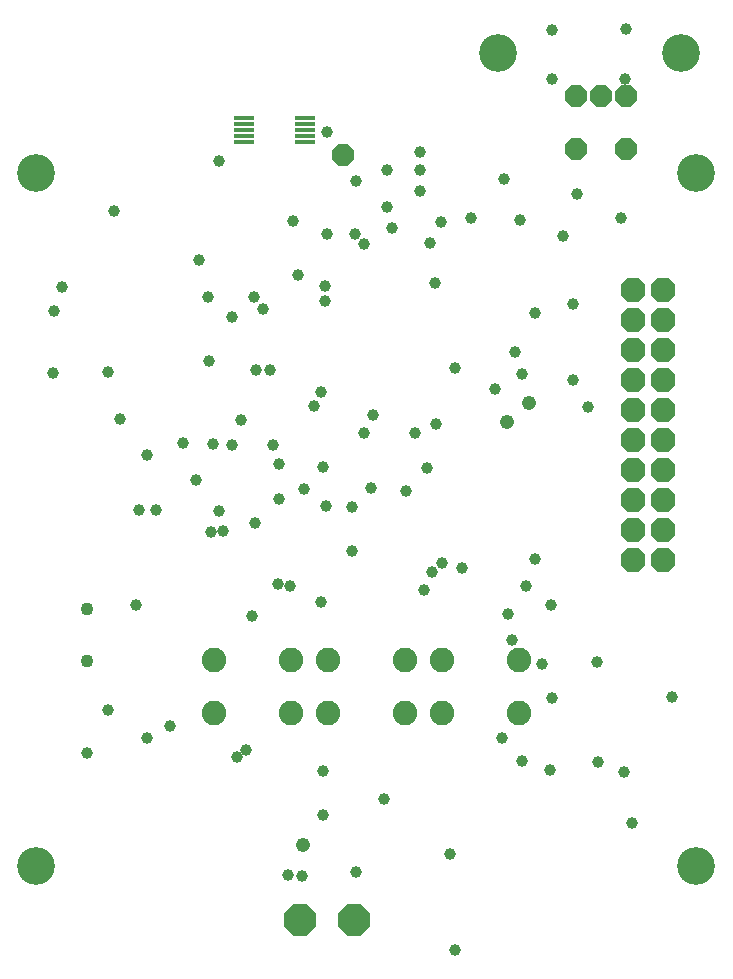
<source format=gbs>
G75*
G70*
%OFA0B0*%
%FSLAX24Y24*%
%IPPOS*%
%LPD*%
%AMOC8*
5,1,8,0,0,1.08239X$1,22.5*
%
%ADD10C,0.0434*%
%ADD11OC8,0.1080*%
%ADD12OC8,0.0820*%
%ADD13C,0.0820*%
%ADD14C,0.1261*%
%ADD15OC8,0.0710*%
%ADD16R,0.0710X0.0182*%
%ADD17C,0.0390*%
%ADD18C,0.0476*%
D10*
X003406Y012091D03*
X003406Y013824D03*
D11*
X010506Y003458D03*
X012306Y003458D03*
D12*
X021606Y015458D03*
X022606Y015458D03*
X022606Y016458D03*
X022606Y017458D03*
X022606Y018458D03*
X022606Y019458D03*
X022606Y020458D03*
X022606Y021458D03*
X022606Y022458D03*
X022606Y023458D03*
X022606Y024458D03*
X021606Y024458D03*
X021606Y023458D03*
X021606Y022458D03*
X021606Y021458D03*
X021606Y020458D03*
X021606Y019458D03*
X021606Y018458D03*
X021606Y017458D03*
X021606Y016458D03*
D13*
X017786Y012148D03*
X017786Y010368D03*
X015226Y010368D03*
X013986Y010368D03*
X013986Y012148D03*
X015226Y012148D03*
X011426Y012148D03*
X010186Y012148D03*
X010186Y010368D03*
X011426Y010368D03*
X007626Y010368D03*
X007626Y012148D03*
D14*
X001706Y005258D03*
X001706Y028358D03*
X017106Y032358D03*
X023206Y032358D03*
X023706Y028358D03*
X023706Y005258D03*
D15*
X021356Y029158D03*
X021356Y030934D03*
X020536Y030934D03*
X019706Y030934D03*
X019706Y029158D03*
X011916Y028958D03*
D16*
X010656Y029416D03*
X010656Y029612D03*
X010656Y029809D03*
X010656Y030006D03*
X010656Y030203D03*
X008635Y030200D03*
X008635Y030003D03*
X008635Y029806D03*
X008635Y029609D03*
X008635Y029412D03*
D17*
X007806Y028788D03*
X010246Y026788D03*
X011403Y026326D03*
X012326Y026353D03*
X012613Y025996D03*
X013550Y026555D03*
X013404Y027253D03*
X013400Y028488D03*
X012364Y028095D03*
X011406Y029755D03*
X014506Y029058D03*
X014506Y028458D03*
X014508Y027778D03*
X015189Y026744D03*
X014826Y026028D03*
X014986Y024718D03*
X016206Y026858D03*
X017296Y028178D03*
X017836Y026798D03*
X019266Y026258D03*
X019736Y027658D03*
X021206Y026858D03*
X019586Y024018D03*
X018336Y023698D03*
X017666Y022408D03*
X017896Y021668D03*
X017006Y021188D03*
X015676Y021863D03*
X015026Y020018D03*
X014316Y019698D03*
X014722Y018546D03*
X014026Y017768D03*
X012856Y017888D03*
X012216Y017248D03*
X011346Y017278D03*
X010636Y017838D03*
X009786Y017498D03*
X008978Y016706D03*
X007926Y016428D03*
X007526Y016418D03*
X007806Y017098D03*
X007016Y018128D03*
X006606Y019358D03*
X007586Y019338D03*
X008216Y019298D03*
X008526Y020138D03*
X009586Y019298D03*
X009786Y018678D03*
X011246Y018588D03*
X012626Y019698D03*
X012916Y020298D03*
X011186Y021058D03*
X010946Y020618D03*
X009506Y021808D03*
X009026Y021796D03*
X007476Y022108D03*
X008231Y023569D03*
X008966Y024248D03*
X009276Y023838D03*
X010416Y024988D03*
X011322Y024605D03*
X011316Y024118D03*
X007416Y024248D03*
X007126Y025458D03*
X004296Y027118D03*
X002566Y024568D03*
X002306Y023778D03*
X002266Y021708D03*
X004096Y021738D03*
X004506Y020158D03*
X005409Y018976D03*
X005696Y017138D03*
X005116Y017138D03*
X005041Y013964D03*
X004106Y010458D03*
X003386Y009038D03*
X005405Y009554D03*
X006146Y009938D03*
X008386Y008898D03*
X008706Y009138D03*
X011266Y008428D03*
X011266Y006958D03*
X010566Y004928D03*
X010086Y004958D03*
X012366Y005058D03*
X013296Y007508D03*
X015506Y005658D03*
X015656Y002478D03*
X018839Y008458D03*
X017906Y008758D03*
X017226Y009528D03*
X018886Y010878D03*
X018546Y012008D03*
X017566Y012798D03*
X017436Y013688D03*
X018026Y014598D03*
X018316Y015498D03*
X018871Y013981D03*
X020386Y012078D03*
X022906Y010898D03*
X021299Y008394D03*
X020416Y008728D03*
X021566Y006718D03*
X015906Y015208D03*
X015216Y015378D03*
X014896Y015088D03*
X014616Y014458D03*
X012226Y015778D03*
X011206Y014058D03*
X010166Y014598D03*
X009756Y014658D03*
X008906Y013618D03*
X019586Y021478D03*
X020096Y020558D03*
X018906Y031498D03*
X018906Y033148D03*
X021346Y033158D03*
X021336Y031518D03*
D18*
X018118Y020702D03*
X017406Y020058D03*
X010606Y005958D03*
M02*

</source>
